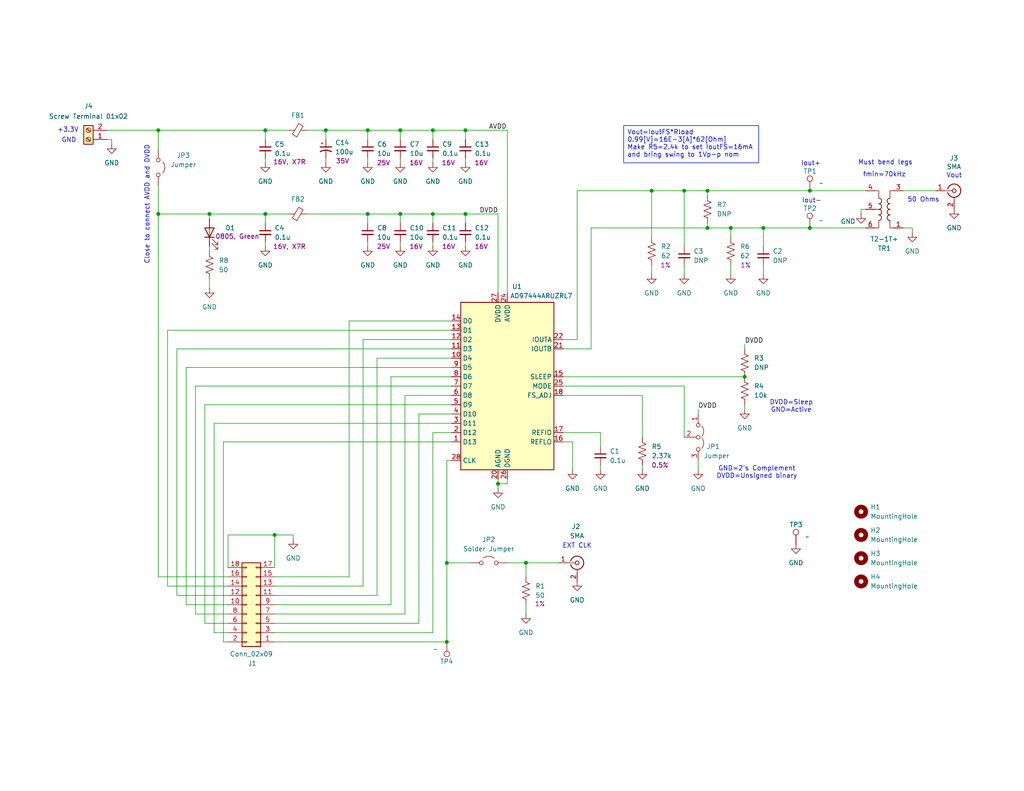
<source format=kicad_sch>
(kicad_sch (version 20231120) (generator "eeschema") (generator_version "8.0")
  (paper "USLetter")
  (title_block (title "AD9744 Ersatz Eval Board") (date "2024-12-31") (rev "A"))
  (lib_symbols
    (symbol "Analog_DAC:AD9744"
      (property "Reference" "U" (at -10.16 -24.13 0))
      (property "Value" "AD9744" (at 7.62 24.13 0))
      (symbol "AD9744_0_1"
        (rectangle (start 12.7 22.86) (end -12.7 -22.86) (stroke (width 0.254)) (fill (type background)))
      )
      (symbol "AD9744_1_1"
        (pin input line (at -15.24 -15.24 0) (length 2.54) (name "D13") (number "1"))
        (pin input line (at -15.24 7.62 0) (length 2.54) (name "D4") (number "10"))
        (pin input line (at -15.24 10.16 0) (length 2.54) (name "D3") (number "11"))
        (pin input line (at -15.24 12.7 0) (length 2.54) (name "D2") (number "12"))
        (pin input line (at -15.24 15.24 0) (length 2.54) (name "D1") (number "13"))
        (pin input line (at -15.24 17.78 0) (length 2.54) (name "D0") (number "14"))
        (pin input line (at 15.24 2.54 180) (length 2.54) (name "SLEEP") (number "15"))
        (pin input line (at 15.24 -15.24 180) (length 2.54) (name "REFLO") (number "16"))
        (pin input line (at 15.24 -12.7 180) (length 2.54) (name "REFIO") (number "17"))
        (pin input line (at 15.24 -2.54 180) (length 2.54) (name "FS_ADJ") (number "18"))
        (pin input line (at -15.24 -12.7 0) (length 2.54) (name "D12") (number "2"))
        (pin power_in line (at -2.54 -25.4 90) (length 2.54) (name "AGND") (number "20"))
        (pin output line (at 15.24 10.16 180) (length 2.54) (name "IOUTB") (number "21"))
        (pin output line (at 15.24 12.7 180) (length 2.54) (name "IOUTA") (number "22"))
        (pin power_in line (at 0 25.4 270) (length 2.54) (name "AVDD") (number "24"))
        (pin input line (at 15.24 0 180) (length 2.54) (name "MODE") (number "25"))
        (pin power_in line (at 0 -25.4 90) (length 2.54) (name "DGND") (number "26"))
        (pin power_in line (at -2.54 25.4 270) (length 2.54) (name "DVDD") (number "27"))
        (pin input line (at -15.24 -20.32 0) (length 2.54) (name "CLK") (number "28"))
        (pin input line (at -15.24 -10.16 0) (length 2.54) (name "D11") (number "3"))
        (pin input line (at -15.24 -7.62 0) (length 2.54) (name "D10") (number "4"))
        (pin input line (at -15.24 -5.08 0) (length 2.54) (name "D9") (number "5"))
        (pin input line (at -15.24 -2.54 0) (length 2.54) (name "D8") (number "6"))
        (pin input line (at -15.24 0 0) (length 2.54) (name "D7") (number "7"))
        (pin input line (at -15.24 2.54 0) (length 2.54) (name "D6") (number "8"))
        (pin input line (at -15.24 5.08 0) (length 2.54) (name "D5") (number "9"))
      )
    )
    (symbol "Connector:Conn_Coaxial" (pin_names (offset 1.016) hide)
      (property "Reference" "J" (at 0.254 3.048 0))
      (property "Value" "Conn_Coaxial" (at 2.921 0 90))
      (symbol "Conn_Coaxial_0_1"
        (arc (start -1.778 -0.508) (mid 0.2311 -1.8066) (end 1.778 0) (stroke (width 0.254)))
        (polyline (pts (xy -2.54 0) (xy -0.508 0)))
        (polyline (pts (xy 0 -2.54) (xy 0 -1.778)))
        (circle (center 0 0) (radius 0.508) (stroke (width 0.2032)))
        (arc (start 1.778 0) (mid 0.2099 1.8101) (end -1.778 0.508) (stroke (width 0.254)))
      )
      (symbol "Conn_Coaxial_1_1"
        (pin passive line (at -5.08 0 0) (length 2.54) (name "In") (number "1"))
        (pin passive line (at 0 -5.08 90) (length 2.54) (name "Ext") (number "2"))
      )
    )
    (symbol "Connector:Screw_Terminal_01x02" (pin_names (offset 1.016) hide)
      (property "Reference" "J" (at 0 2.54 0))
      (property "Value" "Screw_Terminal_01x02" (at 0 -5.08 0))
      (symbol "Screw_Terminal_01x02_1_1"
        (rectangle (start -1.27 1.27) (end 1.27 -3.81) (stroke (width 0.254)) (fill (type background)))
        (circle (center 0 -2.54) (radius 0.635) (stroke (width 0.1524)))
        (polyline (pts (xy -0.5334 -2.2098) (xy 0.3302 -3.048)) (stroke (width 0.1524)))
        (polyline (pts (xy -0.5334 0.3302) (xy 0.3302 -0.508)) (stroke (width 0.1524)))
        (polyline (pts (xy -0.3556 -2.032) (xy 0.508 -2.8702)) (stroke (width 0.1524)))
        (polyline (pts (xy -0.3556 0.508) (xy 0.508 -0.3302)) (stroke (width 0.1524)))
        (circle (center 0 0) (radius 0.635) (stroke (width 0.1524)))
        (pin passive line (at -5.08 0 0) (length 3.81) (name "Pin_1") (number "1"))
        (pin passive line (at -5.08 -2.54 0) (length 3.81) (name "Pin_2") (number "2"))
      )
    )
    (symbol "Connector:TestPoint" (pin_numbers hide) (pin_names (offset 0.762) hide)
      (property "Reference" "TP" (at 0 6.858 0))
      (property "Value" "TestPoint" (at 0 5.08 0))
      (symbol "TestPoint_0_1"
        (circle (center 0 3.302) (radius 0.762))
      )
      (symbol "TestPoint_1_1"
        (pin passive line (at 0 0 90) (length 2.54) (name "1") (number "1"))
      )
    )
    (symbol "Connector_Generic:Conn_02x09_Odd_Even" (pin_names (offset 1.016) hide)
      (property "Reference" "J" (at 1.27 12.7 0))
      (property "Value" "Conn_02x09_Odd_Even" (at 1.27 -12.7 0))
      (symbol "Conn_02x09_Odd_Even_1_1"
        (rectangle (start -1.27 -10.033) (end 0 -10.287) (stroke (width 0.1524)))
        (rectangle (start -1.27 -7.493) (end 0 -7.747) (stroke (width 0.1524)))
        (rectangle (start -1.27 -4.953) (end 0 -5.207) (stroke (width 0.1524)))
        (rectangle (start -1.27 -2.413) (end 0 -2.667) (stroke (width 0.1524)))
        (rectangle (start -1.27 0.127) (end 0 -0.127) (stroke (width 0.1524)))
        (rectangle (start -1.27 2.667) (end 0 2.413) (stroke (width 0.1524)))
        (rectangle (start -1.27 5.207) (end 0 4.953) (stroke (width 0.1524)))
        (rectangle (start -1.27 7.747) (end 0 7.493) (stroke (width 0.1524)))
        (rectangle (start -1.27 10.287) (end 0 10.033) (stroke (width 0.1524)))
        (rectangle (start -1.27 11.43) (end 3.81 -11.43) (stroke (width 0.254)) (fill (type background)))
        (rectangle (start 3.81 -10.033) (end 2.54 -10.287) (stroke (width 0.1524)))
        (rectangle (start 3.81 -7.493) (end 2.54 -7.747) (stroke (width 0.1524)))
        (rectangle (start 3.81 -4.953) (end 2.54 -5.207) (stroke (width 0.1524)))
        (rectangle (start 3.81 -2.413) (end 2.54 -2.667) (stroke (width 0.1524)))
        (rectangle (start 3.81 0.127) (end 2.54 -0.127) (stroke (width 0.1524)))
        (rectangle (start 3.81 2.667) (end 2.54 2.413) (stroke (width 0.1524)))
        (rectangle (start 3.81 5.207) (end 2.54 4.953) (stroke (width 0.1524)))
        (rectangle (start 3.81 7.747) (end 2.54 7.493) (stroke (width 0.1524)))
        (rectangle (start 3.81 10.287) (end 2.54 10.033) (stroke (width 0.1524)))
        (pin passive line (at -5.08 10.16 0) (length 3.81) (name "Pin_1") (number "1"))
        (pin passive line (at 7.62 0 180) (length 3.81) (name "Pin_10") (number "10"))
        (pin passive line (at -5.08 -2.54 0) (length 3.81) (name "Pin_11") (number "11"))
        (pin passive line (at 7.62 -2.54 180) (length 3.81) (name "Pin_12") (number "12"))
        (pin passive line (at -5.08 -5.08 0) (length 3.81) (name "Pin_13") (number "13"))
        (pin passive line (at 7.62 -5.08 180) (length 3.81) (name "Pin_14") (number "14"))
        (pin passive line (at -5.08 -7.62 0) (length 3.81) (name "Pin_15") (number "15"))
        (pin passive line (at 7.62 -7.62 180) (length 3.81) (name "Pin_16") (number "16"))
        (pin passive line (at -5.08 -10.16 0) (length 3.81) (name "Pin_17") (number "17"))
        (pin passive line (at 7.62 -10.16 180) (length 3.81) (name "Pin_18") (number "18"))
        (pin passive line (at 7.62 10.16 180) (length 3.81) (name "Pin_2") (number "2"))
        (pin passive line (at -5.08 7.62 0) (length 3.81) (name "Pin_3") (number "3"))
        (pin passive line (at 7.62 7.62 180) (length 3.81) (name "Pin_4") (number "4"))
        (pin passive line (at -5.08 5.08 0) (length 3.81) (name "Pin_5") (number "5"))
        (pin passive line (at 7.62 5.08 180) (length 3.81) (name "Pin_6") (number "6"))
        (pin passive line (at -5.08 2.54 0) (length 3.81) (name "Pin_7") (number "7"))
        (pin passive line (at 7.62 2.54 180) (length 3.81) (name "Pin_8") (number "8"))
        (pin passive line (at -5.08 0 0) (length 3.81) (name "Pin_9") (number "9"))
      )
    )
    (symbol "Device:C_Polarized_Small_US" (pin_numbers hide) (pin_names (offset 0.254) hide)
      (property "Reference" "C" (at 0.254 1.778 0))
      (property "Value" "C_Polarized_Small_US" (at 0.254 -2.032 0))
      (symbol "C_Polarized_Small_US_0_1"
        (polyline (pts (xy -1.524 0.508) (xy 1.524 0.508)) (stroke (width 0.3048)))
        (polyline (pts (xy -1.27 1.524) (xy -0.762 1.524)))
        (polyline (pts (xy -1.016 1.27) (xy -1.016 1.778)))
        (arc (start 1.524 -0.762) (mid 0 -0.3734) (end -1.524 -0.762) (stroke (width 0.3048)))
      )
      (symbol "C_Polarized_Small_US_1_1"
        (pin passive line (at 0 2.54 270) (length 2.032) (name "~") (number "1"))
        (pin passive line (at 0 -2.54 90) (length 2.032) (name "~") (number "2"))
      )
    )
    (symbol "Device:C_Small" (pin_numbers hide) (pin_names (offset 0.254) hide)
      (property "Reference" "C" (at 0.254 1.778 0))
      (property "Value" "C_Small" (at 0.254 -2.032 0))
      (symbol "C_Small_0_1"
        (polyline (pts (xy -1.524 -0.508) (xy 1.524 -0.508)) (stroke (width 0.3302)))
        (polyline (pts (xy -1.524 0.508) (xy 1.524 0.508)) (stroke (width 0.3048)))
      )
      (symbol "C_Small_1_1"
        (pin passive line (at 0 2.54 270) (length 2.032) (name "~") (number "1"))
        (pin passive line (at 0 -2.54 90) (length 2.032) (name "~") (number "2"))
      )
    )
    (symbol "Device:FerriteBead_Small" (pin_numbers hide) (pin_names (offset 0))
      (property "Reference" "FB" (at 1.905 1.27 0))
      (property "Value" "FerriteBead_Small" (at 1.905 -1.27 0))
      (symbol "FerriteBead_Small_0_1"
        (polyline (pts (xy 0 -1.27) (xy 0 -0.7874)))
        (polyline (pts (xy 0 0.889) (xy 0 1.2954)))
        (polyline (pts (xy -1.8288 0.2794) (xy -1.1176 1.4986) (xy 1.8288 -0.2032) (xy 1.1176 -1.4224) (xy -1.8288 0.2794)))
      )
      (symbol "FerriteBead_Small_1_1"
        (pin passive line (at 0 2.54 270) (length 1.27) (name "~") (number "1"))
        (pin passive line (at 0 -2.54 90) (length 1.27) (name "~") (number "2"))
      )
    )
    (symbol "Device:LED" (pin_numbers hide) (pin_names (offset 1.016) hide)
      (property "Reference" "D" (at 0 2.54 0))
      (property "Value" "LED" (at 0 -2.54 0))
      (symbol "LED_0_1"
        (polyline (pts (xy -1.27 -1.27) (xy -1.27 1.27)) (stroke (width 0.254)))
        (polyline (pts (xy -1.27 0) (xy 1.27 0)))
        (polyline (pts (xy 1.27 -1.27) (xy 1.27 1.27) (xy -1.27 0) (xy 1.27 -1.27)) (stroke (width 0.254)))
        (polyline (pts (xy -3.048 -0.762) (xy -4.572 -2.286) (xy -3.81 -2.286) (xy -4.572 -2.286) (xy -4.572 -1.524)))
        (polyline (pts (xy -1.778 -0.762) (xy -3.302 -2.286) (xy -2.54 -2.286) (xy -3.302 -2.286) (xy -3.302 -1.524)))
      )
      (symbol "LED_1_1"
        (pin passive line (at -3.81 0 0) (length 2.54) (name "K") (number "1"))
        (pin passive line (at 3.81 0 180) (length 2.54) (name "A") (number "2"))
      )
    )
    (symbol "Device:R_US" (pin_numbers hide) (pin_names (offset 0))
      (property "Reference" "R" (at 2.54 0 90))
      (property "Value" "R_US" (at -2.54 0 90))
      (symbol "R_US_0_1"
        (polyline (pts (xy 0 -2.286) (xy 0 -2.54)))
        (polyline (pts (xy 0 2.286) (xy 0 2.54)))
        (polyline (pts (xy 0 -0.762) (xy 1.016 -1.143) (xy 0 -1.524) (xy -1.016 -1.905) (xy 0 -2.286)))
        (polyline (pts (xy 0 0.762) (xy 1.016 0.381) (xy 0 0) (xy -1.016 -0.381) (xy 0 -0.762)))
        (polyline (pts (xy 0 2.286) (xy 1.016 1.905) (xy 0 1.524) (xy -1.016 1.143) (xy 0 0.762)))
      )
      (symbol "R_US_1_1"
        (pin passive line (at 0 3.81 270) (length 1.27) (name "~") (number "1"))
        (pin passive line (at 0 -3.81 90) (length 1.27) (name "~") (number "2"))
      )
    )
    (symbol "Jumper:Jumper_2_Open" (pin_numbers hide) (pin_names (offset 0) hide) (exclude_from_sim yes)
      (property "Reference" "JP" (at 0 2.794 0))
      (property "Value" "Jumper_2_Open" (at 0 -2.286 0))
      (symbol "Jumper_2_Open_0_0"
        (circle (center -2.032 0) (radius 0.508))
        (circle (center 2.032 0) (radius 0.508))
      )
      (symbol "Jumper_2_Open_0_1"
        (arc (start 1.524 1.27) (mid 0 1.778) (end -1.524 1.27))
      )
      (symbol "Jumper_2_Open_1_1"
        (pin passive line (at -5.08 0 0) (length 2.54) (name "A") (number "1"))
        (pin passive line (at 5.08 0 180) (length 2.54) (name "B") (number "2"))
      )
    )
    (symbol "Jumper:Jumper_3_Open" (pin_names (offset 0) hide) (exclude_from_sim yes) (in_bom no)
      (property "Reference" "JP" (at -2.54 -2.54 0))
      (property "Value" "Jumper_3_Open" (at 0 2.794 0))
      (symbol "Jumper_3_Open_0_0"
        (circle (center -3.302 0) (radius 0.508))
        (circle (center 0 0) (radius 0.508))
        (circle (center 3.302 0) (radius 0.508))
      )
      (symbol "Jumper_3_Open_0_1"
        (arc (start -0.254 1.016) (mid -1.651 1.4992) (end -3.048 1.016))
        (polyline (pts (xy 0 -0.508) (xy 0 -1.27)))
        (arc (start 3.048 1.016) (mid 1.651 1.4992) (end 0.254 1.016))
      )
      (symbol "Jumper_3_Open_1_1"
        (pin passive line (at -6.35 0 0) (length 2.54) (name "A") (number "1"))
        (pin passive line (at 0 -3.81 90) (length 2.54) (name "C") (number "2"))
        (pin passive line (at 6.35 0 180) (length 2.54) (name "B") (number "3"))
      )
    )
    (symbol "Mechanical:MountingHole" (pin_names (offset 1.016)) (exclude_from_sim yes) (in_bom no)
      (property "Reference" "H" (at 0 5.08 0))
      (property "Value" "MountingHole" (at 0 3.175 0))
      (symbol "MountingHole_0_1"
        (circle (center 0 0) (radius 1.27) (stroke (width 1.27)))
      )
    )
    (symbol "Transformer:ADT1-6T" (pin_names hide)
      (property "Reference" "TR" (at 0 6.35 0))
      (property "Value" "ADT1-6T" (at 0 -6.35 0))
      (symbol "ADT1-6T_0_1"
        (arc (start -1.524 -3.048) (mid -0.7653 -2.286) (end -1.524 -1.524) (stroke (width 0.2032)))
        (arc (start -1.524 -1.524) (mid -0.7653 -0.762) (end -1.524 0) (stroke (width 0.2032)))
        (arc (start -1.524 0) (mid -0.7653 0.762) (end -1.524 1.524) (stroke (width 0.2032)))
        (arc (start -1.524 1.524) (mid -0.7653 2.286) (end -1.524 3.048) (stroke (width 0.2032)))
        (polyline (pts (xy 2.54 0) (xy 1.27 0)) (stroke (width 0.1524)))
        (polyline (pts (xy -2.54 5.08) (xy -1.524 5.08) (xy -1.524 3.048) (xy -1.524 3.048)) (stroke (width 0.1524)))
        (polyline (pts (xy -1.524 -3.048) (xy -1.524 -5.08) (xy -2.54 -5.08) (xy -2.54 -5.08)) (stroke (width 0.1524)))
        (polyline (pts (xy 1.524 3.048) (xy 1.524 5.08) (xy 2.54 5.08) (xy 2.54 5.08)) (stroke (width 0.1524)))
        (polyline (pts (xy 2.54 -5.08) (xy 1.524 -5.08) (xy 1.524 -3.048) (xy 1.524 -3.048)) (stroke (width 0.1524)))
        (arc (start 1.524 -1.524) (mid 0.7653 -2.286) (end 1.524 -3.048) (stroke (width 0.2032)))
        (arc (start 1.524 0) (mid 0.7653 -0.762) (end 1.524 -1.524) (stroke (width 0.2032)))
        (arc (start 1.524 1.524) (mid 0.7653 0.762) (end 1.524 0) (stroke (width 0.2032)))
        (arc (start 1.524 3.048) (mid 0.7653 2.286) (end 1.524 1.524) (stroke (width 0.2032)))
      )
      (symbol "ADT1-6T_1_1"
        (pin passive line (at -5.08 -5.08 0) (length 2.54) (name "~") (number "1"))
        (pin passive line (at -5.08 5.08 0) (length 2.54) (name "~") (number "3"))
        (pin passive line (at 5.08 5.08 180) (length 2.54) (name "~") (number "4"))
        (pin passive line (at 5.08 0 180) (length 2.54) (name "~") (number "5"))
        (pin passive line (at 5.08 -5.08 180) (length 2.54) (name "~") (number "6"))
      )
    )
    (symbol "power:GND" (power) (pin_numbers hide) (pin_names (offset 0) hide)
      (property "Value" "GND" (at 0 -3.81 0))
      (symbol "GND_0_1"
        (polyline (pts (xy 0 0) (xy 0 -1.27) (xy 1.27 -1.27) (xy 0 -2.54) (xy -1.27 -1.27) (xy 0 -1.27)))
      )
      (symbol "GND_1_1"
        (pin power_in line (at 0 0 270) (length 0) (name "~") (number "1"))
      )
    )
  )
  (junction (at 143.51 153.67))
  (junction (at 193.04 62.23))
  (junction (at 220.98 52.07))
  (junction (at 127 35.56))
  (junction (at 109.22 35.56))
  (junction (at 43.18 35.56))
  (junction (at 121.92 175.26))
  (junction (at 193.04 52.07))
  (junction (at 72.39 35.56))
  (junction (at 220.98 62.23))
  (junction (at 118.11 35.56))
  (junction (at 121.92 153.67))
  (junction (at 100.33 35.56))
  (junction (at 186.69 52.07))
  (junction (at 57.15 58.42))
  (junction (at 43.18 58.42))
  (junction (at 74.93 146.05))
  (junction (at 88.9 35.56))
  (junction (at 100.33 58.42))
  (junction (at 177.8 52.07))
  (junction (at 72.39 58.42))
  (junction (at 118.11 58.42))
  (junction (at 199.39 62.23))
  (junction (at 208.28 62.23))
  (junction (at 127 58.42))
  (junction (at 203.2 102.87))
  (junction (at 109.22 58.42))
  (junction (at 135.89 132.08))
  (wire (pts (xy 177.8 52.07) (xy 186.69 52.07)))
  (wire (pts (xy 78.74 58.42) (xy 72.39 58.42)))
  (wire (pts (xy 123.19 118.11) (xy 118.11 118.11)))
  (wire (pts (xy 138.43 130.81) (xy 138.43 132.08)))
  (wire (pts (xy 186.69 72.39) (xy 186.69 74.93)))
  (wire (pts (xy 121.92 125.73) (xy 121.92 153.67)))
  (wire (pts (xy 110.49 107.95) (xy 110.49 167.64)))
  (wire (pts (xy 58.42 115.57) (xy 123.19 115.57)))
  (wire (pts (xy 190.5 125.73) (xy 190.5 128.27)))
  (wire (pts (xy 121.92 153.67) (xy 128.27 153.67)))
  (wire (pts (xy 72.39 66.04) (xy 72.39 67.31)))
  (wire (pts (xy 95.25 87.63) (xy 95.25 157.48)))
  (wire (pts (xy 153.67 120.65) (xy 156.21 120.65)))
  (wire (pts (xy 74.93 175.26) (xy 121.92 175.26)))
  (wire (pts (xy 74.93 162.56) (xy 102.87 162.56)))
  (wire (pts (xy 190.5 113.03) (xy 190.5 111.76)))
  (wire (pts (xy 161.29 62.23) (xy 161.29 95.25)))
  (wire (pts (xy 88.9 43.18) (xy 88.9 44.45)))
  (wire (pts (xy 80.01 146.05) (xy 80.01 147.32)))
  (wire (pts (xy 72.39 35.56) (xy 72.39 38.1)))
  (wire (pts (xy 109.22 66.04) (xy 109.22 67.31)))
  (wire (pts (xy 72.39 35.56) (xy 78.74 35.56)))
  (wire (pts (xy 246.38 52.07) (xy 255.27 52.07)))
  (wire (pts (xy 248.92 63.5) (xy 248.92 62.23)))
  (wire (pts (xy 138.43 35.56) (xy 127 35.56)))
  (wire (pts (xy 72.39 58.42) (xy 72.39 60.96)))
  (wire (pts (xy 199.39 72.39) (xy 199.39 74.93)))
  (wire (pts (xy 102.87 97.79) (xy 102.87 162.56)))
  (wire (pts (xy 123.19 95.25) (xy 48.26 95.25)))
  (wire (pts (xy 123.19 90.17) (xy 45.72 90.17)))
  (wire (pts (xy 123.19 97.79) (xy 102.87 97.79)))
  (wire (pts (xy 100.33 35.56) (xy 109.22 35.56)))
  (wire (pts (xy 60.96 175.26) (xy 62.23 175.26)))
  (wire (pts (xy 127 43.18) (xy 127 44.45)))
  (wire (pts (xy 208.28 62.23) (xy 199.39 62.23)))
  (wire (pts (xy 48.26 162.56) (xy 62.23 162.56)))
  (wire (pts (xy 74.93 170.18) (xy 114.3 170.18)))
  (wire (pts (xy 123.19 102.87) (xy 106.68 102.87)))
  (wire (pts (xy 74.93 157.48) (xy 95.25 157.48)))
  (wire (pts (xy 193.04 52.07) (xy 193.04 53.34)))
  (wire (pts (xy 123.19 105.41) (xy 53.34 105.41)))
  (wire (pts (xy 208.28 72.39) (xy 208.28 74.93)))
  (wire (pts (xy 127 35.56) (xy 127 38.1)))
  (wire (pts (xy 55.88 110.49) (xy 123.19 110.49)))
  (wire (pts (xy 57.15 58.42) (xy 72.39 58.42)))
  (wire (pts (xy 83.82 58.42) (xy 100.33 58.42)))
  (wire (pts (xy 153.67 118.11) (xy 163.83 118.11)))
  (wire (pts (xy 100.33 66.04) (xy 100.33 67.31)))
  (wire (pts (xy 60.96 120.65) (xy 60.96 175.26)))
  (wire (pts (xy 114.3 113.03) (xy 114.3 170.18)))
  (wire (pts (xy 50.8 100.33) (xy 50.8 165.1)))
  (wire (pts (xy 118.11 118.11) (xy 118.11 172.72)))
  (wire (pts (xy 123.19 92.71) (xy 99.06 92.71)))
  (wire (pts (xy 220.98 62.23) (xy 208.28 62.23)))
  (wire (pts (xy 135.89 132.08) (xy 135.89 133.35)))
  (wire (pts (xy 72.39 43.18) (xy 72.39 44.45)))
  (wire (pts (xy 123.19 87.63) (xy 95.25 87.63)))
  (wire (pts (xy 177.8 72.39) (xy 177.8 74.93)))
  (wire (pts (xy 99.06 160.02) (xy 99.06 92.71)))
  (wire (pts (xy 186.69 52.07) (xy 186.69 67.31)))
  (wire (pts (xy 248.92 62.23) (xy 246.38 62.23)))
  (wire (pts (xy 127 66.04) (xy 127 67.31)))
  (wire (pts (xy 62.23 146.05) (xy 74.93 146.05)))
  (wire (pts (xy 175.26 107.95) (xy 153.67 107.95)))
  (wire (pts (xy 208.28 62.23) (xy 208.28 67.31)))
  (wire (pts (xy 88.9 35.56) (xy 88.9 38.1)))
  (wire (pts (xy 118.11 66.04) (xy 118.11 67.31)))
  (wire (pts (xy 100.33 43.18) (xy 100.33 44.45)))
  (wire (pts (xy 57.15 76.2) (xy 57.15 78.74)))
  (wire (pts (xy 163.83 127) (xy 163.83 128.27)))
  (wire (pts (xy 58.42 115.57) (xy 58.42 172.72)))
  (wire (pts (xy 74.93 167.64) (xy 110.49 167.64)))
  (wire (pts (xy 199.39 62.23) (xy 193.04 62.23)))
  (wire (pts (xy 100.33 35.56) (xy 100.33 38.1)))
  (wire (pts (xy 135.89 58.42) (xy 127 58.42)))
  (wire (pts (xy 29.21 35.56) (xy 43.18 35.56)))
  (wire (pts (xy 109.22 35.56) (xy 109.22 38.1)))
  (wire (pts (xy 74.93 160.02) (xy 99.06 160.02)))
  (wire (pts (xy 74.93 165.1) (xy 106.68 165.1)))
  (wire (pts (xy 234.95 57.15) (xy 236.22 57.15)))
  (wire (pts (xy 74.93 172.72) (xy 118.11 172.72)))
  (wire (pts (xy 186.69 105.41) (xy 186.69 119.38)))
  (wire (pts (xy 127 58.42) (xy 118.11 58.42)))
  (wire (pts (xy 43.18 157.48) (xy 43.18 58.42)))
  (wire (pts (xy 123.19 107.95) (xy 110.49 107.95)))
  (wire (pts (xy 193.04 52.07) (xy 220.98 52.07)))
  (wire (pts (xy 175.26 107.95) (xy 175.26 119.38)))
  (wire (pts (xy 62.23 170.18) (xy 55.88 170.18)))
  (wire (pts (xy 175.26 127) (xy 175.26 128.27)))
  (wire (pts (xy 161.29 95.25) (xy 153.67 95.25)))
  (wire (pts (xy 157.48 52.07) (xy 157.48 92.71)))
  (wire (pts (xy 220.98 52.07) (xy 236.22 52.07)))
  (wire (pts (xy 83.82 35.56) (xy 88.9 35.56)))
  (wire (pts (xy 118.11 35.56) (xy 118.11 38.1)))
  (wire (pts (xy 109.22 58.42) (xy 109.22 60.96)))
  (wire (pts (xy 57.15 58.42) (xy 57.15 59.69)))
  (wire (pts (xy 123.19 113.03) (xy 114.3 113.03)))
  (wire (pts (xy 220.98 62.23) (xy 236.22 62.23)))
  (wire (pts (xy 143.51 165.1) (xy 143.51 167.64)))
  (wire (pts (xy 186.69 52.07) (xy 193.04 52.07)))
  (wire (pts (xy 138.43 153.67) (xy 143.51 153.67)))
  (wire (pts (xy 45.72 90.17) (xy 45.72 160.02)))
  (wire (pts (xy 143.51 153.67) (xy 152.4 153.67)))
  (wire (pts (xy 157.48 92.71) (xy 153.67 92.71)))
  (wire (pts (xy 156.21 120.65) (xy 156.21 128.27)))
  (wire (pts (xy 118.11 43.18) (xy 118.11 44.45)))
  (wire (pts (xy 43.18 35.56) (xy 43.18 40.64)))
  (wire (pts (xy 193.04 60.96) (xy 193.04 62.23)))
  (wire (pts (xy 234.95 57.15) (xy 234.95 58.42)))
  (wire (pts (xy 121.92 175.26) (xy 121.92 153.67)))
  (wire (pts (xy 138.43 35.56) (xy 138.43 80.01)))
  (wire (pts (xy 153.67 102.87) (xy 203.2 102.87)))
  (wire (pts (xy 123.19 125.73) (xy 121.92 125.73)))
  (wire (pts (xy 106.68 102.87) (xy 106.68 165.1)))
  (wire (pts (xy 62.23 167.64) (xy 53.34 167.64)))
  (wire (pts (xy 138.43 132.08) (xy 135.89 132.08)))
  (wire (pts (xy 109.22 43.18) (xy 109.22 44.45)))
  (wire (pts (xy 135.89 130.81) (xy 135.89 132.08)))
  (wire (pts (xy 30.48 39.37) (xy 30.48 38.1)))
  (wire (pts (xy 203.2 110.49) (xy 203.2 111.76)))
  (wire (pts (xy 109.22 58.42) (xy 100.33 58.42)))
  (wire (pts (xy 48.26 95.25) (xy 48.26 162.56)))
  (wire (pts (xy 74.93 154.94) (xy 74.93 146.05)))
  (wire (pts (xy 62.23 157.48) (xy 43.18 157.48)))
  (wire (pts (xy 143.51 153.67) (xy 143.51 157.48)))
  (wire (pts (xy 62.23 154.94) (xy 62.23 146.05)))
  (wire (pts (xy 58.42 172.72) (xy 62.23 172.72)))
  (wire (pts (xy 88.9 35.56) (xy 100.33 35.56)))
  (wire (pts (xy 43.18 58.42) (xy 43.18 50.8)))
  (wire (pts (xy 203.2 93.98) (xy 203.2 95.25)))
  (wire (pts (xy 177.8 52.07) (xy 177.8 64.77)))
  (wire (pts (xy 193.04 62.23) (xy 161.29 62.23)))
  (wire (pts (xy 30.48 38.1) (xy 29.21 38.1)))
  (wire (pts (xy 186.69 105.41) (xy 153.67 105.41)))
  (wire (pts (xy 135.89 58.42) (xy 135.89 80.01)))
  (wire (pts (xy 127 60.96) (xy 127 58.42)))
  (wire (pts (xy 53.34 105.41) (xy 53.34 167.64)))
  (wire (pts (xy 60.96 120.65) (xy 123.19 120.65)))
  (wire (pts (xy 74.93 146.05) (xy 80.01 146.05)))
  (wire (pts (xy 100.33 58.42) (xy 100.33 60.96)))
  (wire (pts (xy 157.48 52.07) (xy 177.8 52.07)))
  (wire (pts (xy 43.18 35.56) (xy 72.39 35.56)))
  (wire (pts (xy 118.11 60.96) (xy 118.11 58.42)))
  (wire (pts (xy 43.18 58.42) (xy 57.15 58.42)))
  (wire (pts (xy 50.8 165.1) (xy 62.23 165.1)))
  (wire (pts (xy 57.15 67.31) (xy 57.15 68.58)))
  (wire (pts (xy 163.83 118.11) (xy 163.83 121.92)))
  (wire (pts (xy 123.19 100.33) (xy 50.8 100.33)))
  (wire (pts (xy 199.39 62.23) (xy 199.39 64.77)))
  (wire (pts (xy 55.88 170.18) (xy 55.88 110.49)))
  (wire (pts (xy 45.72 160.02) (xy 62.23 160.02)))
  (wire (pts (xy 109.22 35.56) (xy 118.11 35.56)))
  (wire (pts (xy 127 35.56) (xy 118.11 35.56)))
  (wire (pts (xy 118.11 58.42) (xy 109.22 58.42)))
  (text_box "Vout=IoutFS*Rload\n0.99[V]=16E-3[A]*62[Ohm]\nMake R5=2.4k to set IoutFS=16mA\nand bring swing to 1Vp-p nom" (at 170.18 34.29 0) (size 36.83 10.16) (effects (font (size 1.27 1.27)) (justify left top)))
  (text "fmin=70kHz" (at 241.3 47.752 0) (effects (font (size 1.27 1.27))))
  (text "Vout" (at 260.35 48.006 0) (effects (font (size 1.27 1.27))))
  (text "EXT CLK" (at 157.48 149.098 0) (effects (font (size 1.27 1.27))))
  (text "DVDD=Sleep\nGND=Active" (at 215.9 110.998 0) (effects (font (size 1.27 1.27))))
  (text "Iout+" (at 221.234 44.704 0) (effects (font (size 1.27 1.27))))
  (text "Close to connect AVDD and DVDD" (at 40.132 55.88 90) (effects (font (size 1.27 1.27))))
  (text "+3.3V" (at 18.542 35.56 0) (effects (font (size 1.27 1.27))))
  (text "GND=2's Complement\nDVDD=Unsigned binary" (at 206.502 129.032 0) (effects (font (size 1.27 1.27))))
  (text "GND" (at 18.796 38.354 0) (effects (font (size 1.27 1.27))))
  (text "Iout-" (at 221.488 54.864 0) (effects (font (size 1.27 1.27))))
  (text "Must bend legs" (at 241.554 44.45 0) (effects (font (size 1.27 1.27))))
  (text "50 Ohms" (at 251.968 54.61 0) (effects (font (size 1.27 1.27))))
  (label "DVDD" (at 190.5 111.76 0))
  (label "AVDD" (at 133.35 35.56 0))
  (label "DVDD" (at 130.81 58.42 0))
  (label "DVDD" (at 203.2 93.98 0))
  (symbol (lib_id "power:GND") (at 30.48 39.37 0) (unit 1)
    (property "Reference" "#PWR01" (effects (hide yes)))
    (property "Value" "GND" (at 30.48 44.45 0))
    (property "Description" "Power symbol creates a global label with name \"GND\" , ground" (effects (hide yes)))
  )
  (symbol (lib_id "Connector:TestPoint") (at 121.92 175.26 180) (unit 1)
    (property "Reference" "TP4" (at 123.698 180.594 0) (effects (justify left)))
    (property "Value" "~" (at 119.38 177.2921 0) (effects (justify left)))
    (property "Footprint" "TestPoint:TestPoint_Keystone_5000-5004_Miniature" (effects (hide yes)))
    (property "Description" "test point" (effects (hide yes)))
    (property "Man" "Keystone" (effects (hide yes)))
    (property "Man PN" "5002" (effects (hide yes)))
  )
  (symbol (lib_id "power:GND") (at 175.26 128.27 0) (unit 1)
    (property "Reference" "#PWR020" (effects (hide yes)))
    (property "Value" "GND" (at 175.26 133.35 0))
    (property "Description" "Power symbol creates a global label with name \"GND\" , ground" (effects (hide yes)))
  )
  (symbol (lib_id "power:GND") (at 143.51 167.64 0) (unit 1)
    (property "Reference" "#PWR016" (effects (hide yes)))
    (property "Value" "GND" (at 143.51 172.72 0))
    (property "Description" "Power symbol creates a global label with name \"GND\" , ground" (effects (hide yes)))
  )
  (symbol (lib_id "power:GND") (at 156.21 128.27 0) (unit 1)
    (property "Reference" "#PWR017" (effects (hide yes)))
    (property "Value" "GND" (at 156.21 133.35 0))
    (property "Description" "Power symbol creates a global label with name \"GND\" , ground" (effects (hide yes)))
  )
  (symbol (lib_id "Device:FerriteBead_Small") (at 81.28 35.56 90) (unit 1)
    (property "Reference" "FB1" (at 81.28 31.496 90))
    (property "Value" "BLM18KN601EH1D" (effects (hide yes)))
    (property "Footprint" "Inductor_SMD:L_0603_1608Metric_Pad1.05x0.95mm_HandSolder" (effects (hide yes)))
    (property "Description" "0603" (effects (hide yes)))
    (property "Manufacturer" "Murata" (effects (hide yes)))
    (property "Man PN" "BLM18KN601EH1D" (effects (hide yes)))
  )
  (symbol (lib_id "Device:C_Small") (at 100.33 40.64 0) (unit 1)
    (property "Reference" "C6" (at 102.87 39.3762 0) (effects (justify left)))
    (property "Value" "10u" (at 102.87 41.9162 0) (effects (justify left)))
    (property "Footprint" "Capacitor_SMD:C_0603_1608Metric_Pad1.08x0.95mm_HandSolder" (effects (hide yes)))
    (property "Description" "25V" (at 104.648 44.45 0))
    (property "Manufacturer" "Murata" (effects (hide yes)))
    (property "PN" "GRM188R61E106KA73J " (effects (hide yes)))
  )
  (symbol (lib_id "Connector:Conn_Coaxial") (at 157.48 153.67 0) (unit 1)
    (property "Reference" "J2" (at 155.956 143.764 0) (effects (justify left)))
    (property "Value" "SMA" (at 155.448 146.304 0) (effects (justify left)))
    (property "Footprint" "Connector_Coaxial:SMA_Amphenol_901-144_Vertical" (effects (hide yes)))
    (property "Description" "coaxial connector (BNC, SMA, SMB, SMC, Cinch/RCA, LEMO, ...)" (effects (hide yes)))
    (property "Man" "Amphenol" (effects (hide yes)))
    (property "Man PN" "901-144 " (effects (hide yes)))
  )
  (symbol (lib_id "power:GND") (at 199.39 74.93 0) (unit 1)
    (property "Reference" "#PWR024" (effects (hide yes)))
    (property "Value" "GND" (at 199.39 80.01 0))
    (property "Description" "Power symbol creates a global label with name \"GND\" , ground" (effects (hide yes)))
  )
  (symbol (lib_id "power:GND") (at 72.39 67.31 0) (unit 1)
    (property "Reference" "#PWR04" (effects (hide yes)))
    (property "Value" "GND" (at 72.39 72.39 0))
    (property "Description" "Power symbol creates a global label with name \"GND\" , ground" (effects (hide yes)))
  )
  (symbol (lib_id "Device:C_Small") (at 109.22 63.5 0) (unit 1)
    (property "Reference" "C10" (at 111.76 62.2362 0) (effects (justify left)))
    (property "Value" "10u" (at 111.76 64.7762 0) (effects (justify left)))
    (property "Footprint" "Capacitor_SMD:C_0603_1608Metric_Pad1.08x0.95mm_HandSolder" (effects (hide yes)))
    (property "Description" "16V" (at 113.538 67.31 0))
    (property "Man" "Kyocera" (effects (hide yes)))
    (property "PN" "0603YD106MAT2A " (effects (hide yes)))
  )
  (symbol (lib_id "Device:LED") (at 57.15 63.5 90) (unit 1)
    (property "Reference" "D1" (at 61.468 62.23 90) (effects (justify right)))
    (property "Value" "AP2012SGD3" (effects (hide yes)))
    (property "Footprint" "LED_SMD:LED_0805_2012Metric_Pad1.15x1.40mm_HandSolder" (effects (hide yes)))
    (property "Description" "0805, Green" (at 64.77 64.516 90))
    (property "Manufacturer" "Kingbright" (effects (hide yes)))
    (property "Man PN" "AP2012SGD3" (effects (hide yes)))
  )
  (symbol (lib_id "Device:R_US") (at 57.15 72.39 0) (unit 1)
    (property "Reference" "R8" (at 59.69 71.1199 0) (effects (justify left)))
    (property "Value" "50" (at 59.69 73.6599 0) (effects (justify left)))
    (property "Footprint" "Resistor_SMD:R_0603_1608Metric_Pad0.98x0.95mm_HandSolder" (effects (hide yes)))
  )
  (symbol (lib_id "Mechanical:MountingHole") (at 234.95 158.75 0) (unit 1) (exclude_from_sim yes) (in_bom no)
    (property "Reference" "H4" (at 237.49 157.4799 0) (effects (justify left)))
    (property "Value" "MountingHole" (at 237.49 160.0199 0) (effects (justify left)))
    (property "Footprint" "MountingHole:MountingHole_2.2mm_M2_DIN965_Pad" (effects (hide yes)))
    (property "Description" "Mounting Hole without connection" (effects (hide yes)))
  )
  (symbol (lib_id "Device:C_Small") (at 186.69 69.85 0) (unit 1)
    (property "Reference" "C3" (at 189.23 68.5862 0) (effects (justify left)))
    (property "Value" "DNP" (at 189.23 71.1262 0) (effects (justify left)))
    (property "Footprint" "Capacitor_SMD:C_0603_1608Metric_Pad1.08x0.95mm_HandSolder" (effects (hide yes)))
    (property "Description" "0603 X7R" (effects (hide yes)))
  )
  (symbol (lib_id "power:GND") (at 217.17 148.59 0) (unit 1)
    (property "Reference" "#PWR027" (effects (hide yes)))
    (property "Value" "GND" (at 217.17 153.67 0))
    (property "Description" "Power symbol creates a global label with name \"GND\" , ground" (effects (hide yes)))
  )
  (symbol (lib_id "power:GND") (at 203.2 111.76 0) (unit 1)
    (property "Reference" "#PWR025" (effects (hide yes)))
    (property "Value" "GND" (at 203.2 116.84 0))
    (property "Description" "Power symbol creates a global label with name \"GND\" , ground" (effects (hide yes)))
  )
  (symbol (lib_id "power:GND") (at 157.48 158.75 0) (unit 1)
    (property "Reference" "#PWR018" (effects (hide yes)))
    (property "Value" "GND" (at 157.48 163.83 0))
    (property "Description" "Power symbol creates a global label with name \"GND\" , ground" (effects (hide yes)))
  )
  (symbol (lib_id "power:GND") (at 80.01 147.32 0) (unit 1)
    (property "Reference" "#PWR05" (effects (hide yes)))
    (property "Value" "GND" (at 80.01 152.4 0))
    (property "Description" "Power symbol creates a global label with name \"GND\" , ground" (effects (hide yes)))
  )
  (symbol (lib_id "Device:R_US") (at 175.26 123.19 0) (unit 1)
    (property "Reference" "R5" (at 177.8 121.9199 0) (effects (justify left)))
    (property "Value" "2.37k" (at 177.8 124.4599 0) (effects (justify left)))
    (property "Footprint" "Resistor_SMD:R_0603_1608Metric_Pad0.98x0.95mm_HandSolder" (effects (hide yes)))
    (property "Description" "0.5%" (at 180.086 127 0))
    (property "Temp Stability" "25 PPM/C" (effects (hide yes)))
  )
  (symbol (lib_id "Transformer:ADT1-6T") (at 241.3 57.15 0) (mirror y) (unit 1)
    (property "Reference" "TR1" (at 241.3 67.818 0))
    (property "Value" "T2-1T+" (at 241.3 65.278 0))
    (property "Footprint" "Package_DIP:DIP-6_W7.62mm" (effects (hide yes)))
    (property "Manufacturer" "Mini-Circuits" (effects (hide yes)))
    (property "Man PN" "T1-6T+" (effects (hide yes)))
  )
  (symbol (lib_id "power:GND") (at 208.28 74.93 0) (unit 1)
    (property "Reference" "#PWR026" (effects (hide yes)))
    (property "Value" "GND" (at 208.28 80.01 0))
    (property "Description" "Power symbol creates a global label with name \"GND\" , ground" (effects (hide yes)))
  )
  (symbol (lib_id "Jumper:Jumper_2_Open") (at 43.18 45.72 270) (unit 1) (exclude_from_sim yes)
    (property "Reference" "JP3" (at 50.038 42.418 90))
    (property "Value" "Jumper" (at 50.038 44.958 90))
    (property "Footprint" "Connector_PinHeader_2.54mm:PinHeader_1x02_P2.54mm_Vertical" (effects (hide yes)))
    (property "Description" "Jumper, 2-pole, open" (effects (hide yes)))
  )
  (symbol (lib_id "Device:C_Small") (at 72.39 63.5 0) (unit 1)
    (property "Reference" "C4" (at 74.93 62.2362 0) (effects (justify left)))
    (property "Value" "0.1u" (at 74.93 64.7762 0) (effects (justify left)))
    (property "Footprint" "Capacitor_SMD:C_0603_1608Metric_Pad1.08x0.95mm_HandSolder" (effects (hide yes)))
    (property "Description" "16V, X7R" (at 78.994 67.31 0))
    (property "Manufacturer" "Kyocera" (effects (hide yes)))
    (property "Man PN" "KAM15AR71C104KM " (effects (hide yes)))
  )
  (symbol (lib_id "power:GND") (at 127 44.45 0) (unit 1)
    (property "Reference" "#PWR013" (effects (hide yes)))
    (property "Value" "GND" (at 127 49.53 0))
    (property "Description" "Power symbol creates a global label with name \"GND\" , ground" (effects (hide yes)))
  )
  (symbol (lib_id "Connector:TestPoint") (at 220.98 62.23 0) (unit 1)
    (property "Reference" "TP2" (at 219.202 56.896 0) (effects (justify left)))
    (property "Value" "~" (at 223.52 60.1979 0) (effects (justify left)))
    (property "Footprint" "TestPoint:TestPoint_Keystone_5000-5004_Miniature" (effects (hide yes)))
    (property "Description" "test point" (effects (hide yes)))
    (property "Man" "Keystone" (effects (hide yes)))
    (property "Man PN" "5002" (effects (hide yes)))
  )
  (symbol (lib_id "Device:C_Small") (at 72.39 40.64 0) (unit 1)
    (property "Reference" "C5" (at 74.93 39.3762 0) (effects (justify left)))
    (property "Value" "0.1u" (at 74.93 41.9162 0) (effects (justify left)))
    (property "Footprint" "Capacitor_SMD:C_0603_1608Metric_Pad1.08x0.95mm_HandSolder" (effects (hide yes)))
    (property "Description" "16V, X7R" (at 78.994 44.196 0))
    (property "Manufacturer" "Kyocera" (effects (hide yes)))
    (property "PN" "KAM15AR71C104KM " (effects (hide yes)))
  )
  (symbol (lib_id "Connector:TestPoint") (at 220.98 52.07 0) (unit 1)
    (property "Reference" "TP1" (at 219.202 46.736 0) (effects (justify left)))
    (property "Value" "~" (at 223.52 50.0379 0) (effects (justify left)))
    (property "Footprint" "TestPoint:TestPoint_Keystone_5000-5004_Miniature" (effects (hide yes)))
    (property "Description" "test point" (effects (hide yes)))
    (property "Man" "Keystone" (effects (hide yes)))
    (property "Man PN" "5002" (effects (hide yes)))
  )
  (symbol (lib_id "Device:R_US") (at 143.51 161.29 0) (unit 1)
    (property "Reference" "R1" (at 146.05 160.0199 0) (effects (justify left)))
    (property "Value" "50" (at 146.05 162.5599 0) (effects (justify left)))
    (property "Footprint" "Resistor_SMD:R_0603_1608Metric_Pad0.98x0.95mm_HandSolder" (effects (hide yes)))
    (property "Description" "1%" (at 147.32 164.846 0))
  )
  (symbol (lib_id "Device:R_US") (at 203.2 99.06 0) (unit 1)
    (property "Reference" "R3" (at 205.74 97.7899 0) (effects (justify left)))
    (property "Value" "DNP" (at 205.74 100.3299 0) (effects (justify left)))
    (property "Footprint" "Resistor_SMD:R_0603_1608Metric_Pad0.98x0.95mm_HandSolder" (effects (hide yes)))
    (property "Description" "Thick Film 5%" (effects (hide yes)))
  )
  (symbol (lib_id "Device:C_Small") (at 118.11 40.64 0) (unit 1)
    (property "Reference" "C9" (at 120.65 39.3762 0) (effects (justify left)))
    (property "Value" "0.1u" (at 120.65 41.9162 0) (effects (justify left)))
    (property "Footprint" "Capacitor_SMD:C_0603_1608Metric_Pad1.08x0.95mm_HandSolder" (effects (hide yes)))
    (property "Description" "16V" (at 124.206 44.45 0) (effects (justify right)))
    (property "Man" "Kyocera" (effects (hide yes)))
    (property "PN" "KAM15AR71C104KM " (effects (hide yes)))
  )
  (symbol (lib_id "power:GND") (at 57.15 78.74 0) (unit 1)
    (property "Reference" "#PWR02" (effects (hide yes)))
    (property "Value" "GND" (at 57.15 83.82 0))
    (property "Description" "Power symbol creates a global label with name \"GND\" , ground" (effects (hide yes)))
  )
  (symbol (lib_id "Device:C_Small") (at 118.11 63.5 0) (unit 1)
    (property "Reference" "C11" (at 120.65 62.2362 0) (effects (justify left)))
    (property "Value" "0.1u" (at 120.65 64.7762 0) (effects (justify left)))
    (property "Footprint" "Capacitor_SMD:C_0603_1608Metric_Pad1.08x0.95mm_HandSolder" (effects (hide yes)))
    (property "Description" "16V" (at 122.428 67.31 0))
    (property "Man" "Kyocera" (effects (hide yes)))
    (property "PN" "KAM15AR71C104KM " (effects (hide yes)))
  )
  (symbol (lib_id "Jumper:Jumper_2_Open") (at 133.35 153.67 0) (unit 1) (exclude_from_sim yes)
    (property "Reference" "JP2" (at 133.35 147.32 0))
    (property "Value" "Solder Jumper" (at 133.35 149.86 0))
    (property "Footprint" "Jumper:SolderJumper-2_P1.3mm_Open_RoundedPad1.0x1.5mm" (effects (hide yes)))
    (property "Description" "Jumper, 2-pole, open" (effects (hide yes)))
    (property "Man" "Adam Tech" (effects (hide yes)))
    (property "Man PN" "PH1-02-UA " (effects (hide yes)))
  )
  (symbol (lib_id "Connector:Screw_Terminal_01x02") (at 24.13 38.1 180) (unit 1)
    (property "Reference" "J4" (at 24.13 28.956 0))
    (property "Value" "Screw Terminal 01x02" (at 24.13 31.75 0))
    (property "Footprint" "TerminalBlock_Phoenix:TerminalBlock_Phoenix_MKDS-1,5-2-5.08_1x02_P5.08mm_Horizontal" (effects (hide yes)))
    (property "Description" "2 Pos Terminal Block" (effects (hide yes)))
    (property "Manufacturer" "Phoenix Contact" (effects (hide yes)))
    (property "Man PN" "1729128" (effects (hide yes)))
  )
  (symbol (lib_id "power:GND") (at 234.95 58.42 0) (unit 1)
    (property "Reference" "#PWR028" (effects (hide yes)))
    (property "Value" "GND" (at 231.394 60.452 0))
    (property "Description" "Power symbol creates a global label with name \"GND\" , ground" (effects (hide yes)))
  )
  (symbol (lib_id "Device:R_US") (at 199.39 68.58 0) (unit 1)
    (property "Reference" "R6" (at 201.93 67.3099 0) (effects (justify left)))
    (property "Value" "62" (at 201.93 69.8499 0) (effects (justify left)))
    (property "Footprint" "Resistor_SMD:R_0603_1608Metric_Pad0.98x0.95mm_HandSolder" (effects (hide yes)))
    (property "Description" "1%" (at 203.454 72.39 0))
  )
  (symbol (lib_id "Device:C_Small") (at 127 63.5 0) (unit 1)
    (property "Reference" "C12" (at 129.54 62.2362 0) (effects (justify left)))
    (property "Value" "0.1u" (at 129.54 64.7762 0) (effects (justify left)))
    (property "Footprint" "Capacitor_SMD:C_0603_1608Metric_Pad1.08x0.95mm_HandSolder" (effects (hide yes)))
    (property "Description" "16V" (at 131.318 67.31 0))
    (property "Man" "Kyocera" (effects (hide yes)))
    (property "PN" "KAM15AR71C104KM " (effects (hide yes)))
  )
  (symbol (lib_id "Mechanical:MountingHole") (at 234.95 146.05 0) (unit 1) (exclude_from_sim yes) (in_bom no)
    (property "Reference" "H2" (at 237.49 144.7799 0) (effects (justify left)))
    (property "Value" "MountingHole" (at 237.49 147.3199 0) (effects (justify left)))
    (property "Footprint" "MountingHole:MountingHole_2.2mm_M2_DIN965_Pad" (effects (hide yes)))
    (property "Description" "Mounting Hole without connection" (effects (hide yes)))
  )
  (symbol (lib_id "power:GND") (at 109.22 44.45 0) (unit 1)
    (property "Reference" "#PWR09" (effects (hide yes)))
    (property "Value" "GND" (at 109.22 49.53 0))
    (property "Description" "Power symbol creates a global label with name \"GND\" , ground" (effects (hide yes)))
  )
  (symbol (lib_id "Device:C_Small") (at 208.28 69.85 0) (unit 1)
    (property "Reference" "C2" (at 210.82 68.5862 0) (effects (justify left)))
    (property "Value" "DNP" (at 210.82 71.1262 0) (effects (justify left)))
    (property "Footprint" "Capacitor_SMD:C_0603_1608Metric_Pad1.08x0.95mm_HandSolder" (effects (hide yes)))
    (property "Description" "0603 X7R" (effects (hide yes)))
  )
  (symbol (lib_id "Device:C_Small") (at 163.83 124.46 0) (unit 1)
    (property "Reference" "C1" (at 166.37 123.1962 0) (effects (justify left)))
    (property "Value" "0.1u" (at 166.37 125.7362 0) (effects (justify left)))
    (property "Footprint" "Capacitor_SMD:C_0603_1608Metric_Pad1.08x0.95mm_HandSolder" (effects (hide yes)))
    (property "Description" "16V X7R" (effects (hide yes)))
    (property "Man" "Kyocera" (effects (hide yes)))
    (property "Man PN" "KAM15AR71C104KM " (effects (hide yes)))
  )
  (symbol (lib_id "Device:C_Small") (at 100.33 63.5 0) (unit 1)
    (property "Reference" "C8" (at 102.87 62.2362 0) (effects (justify left)))
    (property "Value" "10u" (at 102.87 64.7762 0) (effects (justify left)))
    (property "Footprint" "Capacitor_SMD:C_0603_1608Metric_Pad1.08x0.95mm_HandSolder" (effects (hide yes)))
    (property "Description" "25V" (at 104.648 67.31 0))
    (property "Man" "Murata" (effects (hide yes)))
    (property "PN" "GRM188R61E106KA73J " (effects (hide yes)))
  )
  (symbol (lib_id "power:GND") (at 72.39 44.45 0) (unit 1)
    (property "Reference" "#PWR03" (effects (hide yes)))
    (property "Value" "GND" (at 72.39 49.53 0))
    (property "Description" "Power symbol creates a global label with name \"GND\" , ground" (effects (hide yes)))
  )
  (symbol (lib_id "power:GND") (at 100.33 67.31 0) (unit 1)
    (property "Reference" "#PWR08" (effects (hide yes)))
    (property "Value" "GND" (at 100.33 72.39 0))
    (property "Description" "Power symbol creates a global label with name \"GND\" , ground" (effects (hide yes)))
  )
  (symbol (lib_id "power:GND") (at 163.83 128.27 0) (unit 1)
    (property "Reference" "#PWR019" (effects (hide yes)))
    (property "Value" "GND" (at 163.83 133.35 0))
    (property "Description" "Power symbol creates a global label with name \"GND\" , ground" (effects (hide yes)))
  )
  (symbol (lib_id "Device:R_US") (at 203.2 106.68 0) (unit 1)
    (property "Reference" "R4" (at 205.74 105.4099 0) (effects (justify left)))
    (property "Value" "10k" (at 205.74 107.9499 0) (effects (justify left)))
    (property "Footprint" "Resistor_SMD:R_0603_1608Metric_Pad0.98x0.95mm_HandSolder" (effects (hide yes)))
    (property "Description" "Thick Film 5%" (effects (hide yes)))
  )
  (symbol (lib_id "Connector:Conn_Coaxial") (at 260.35 52.07 0) (unit 1)
    (property "Reference" "J3" (at 259.08 43.18 0) (effects (justify left)))
    (property "Value" "SMA" (at 258.318 45.5051 0) (effects (justify left)))
    (property "Footprint" "Connector_Coaxial:SMA_Amphenol_901-144_Vertical" (effects (hide yes)))
    (property "Description" "coaxial connector (BNC, SMA, SMB, SMC, Cinch/RCA, LEMO, ...)" (effects (hide yes)))
    (property "Man" "Amphenol" (effects (hide yes)))
    (property "Man PN" "901-144" (effects (hide yes)))
  )
  (symbol (lib_id "Device:R_US") (at 193.04 57.15 0) (unit 1)
    (property "Reference" "R7" (at 195.58 55.8799 0) (effects (justify left)))
    (property "Value" "DNP" (at 195.58 58.4199 0) (effects (justify left)))
    (property "Footprint" "Resistor_SMD:R_0603_1608Metric_Pad0.98x0.95mm_HandSolder" (effects (hide yes)))
    (property "Description" "Thick Film 5%" (effects (hide yes)))
  )
  (symbol (lib_id "Device:C_Small") (at 127 40.64 0) (unit 1)
    (property "Reference" "C13" (at 129.54 39.3762 0) (effects (justify left)))
    (property "Value" "0.1u" (at 129.54 41.9162 0) (effects (justify left)))
    (property "Footprint" "Capacitor_SMD:C_0603_1608Metric_Pad1.08x0.95mm_HandSolder" (effects (hide yes)))
    (property "Description" "16V" (at 131.318 44.45 0))
    (property "Man" "Kyocera" (effects (hide yes)))
    (property "PN" "KAM15AR71C104KM " (effects (hide yes)))
  )
  (symbol (lib_id "power:GND") (at 248.92 63.5 0) (unit 1)
    (property "Reference" "#PWR029" (effects (hide yes)))
    (property "Value" "GND" (at 248.92 68.58 0))
    (property "Description" "Power symbol creates a global label with name \"GND\" , ground" (effects (hide yes)))
  )
  (symbol (lib_id "Device:FerriteBead_Small") (at 81.28 58.42 90) (unit 1)
    (property "Reference" "FB2" (at 81.28 54.356 90))
    (property "Value" "BLM18KN601EH1D" (effects (hide yes)))
    (property "Footprint" "Inductor_SMD:L_0603_1608Metric_Pad1.05x0.95mm_HandSolder" (effects (hide yes)))
    (property "Description" "0603" (effects (hide yes)))
    (property "Manufacturer" "Murata" (effects (hide yes)))
    (property "Man PN" "BLM18KN601EH1D" (effects (hide yes)))
  )
  (symbol (lib_id "Connector:TestPoint") (at 217.17 148.59 0) (unit 1)
    (property "Reference" "TP3" (at 215.392 143.256 0) (effects (justify left)))
    (property "Value" "~" (at 219.71 146.5579 0) (effects (justify left)))
    (property "Footprint" "TestPoint:TestPoint_Keystone_5000-5004_Miniature" (effects (hide yes)))
    (property "Description" "test point" (effects (hide yes)))
    (property "Man" "Keystone" (effects (hide yes)))
    (property "Man PN" "5001" (effects (hide yes)))
  )
  (symbol (lib_id "Jumper:Jumper_3_Open") (at 190.5 119.38 270) (unit 1) (exclude_from_sim yes) (in_bom no)
    (property "Reference" "JP1" (at 192.786 121.92 90) (effects (justify left)))
    (property "Value" "Jumper" (at 192.024 124.46 90) (effects (justify left)))
    (property "Footprint" "Connector_PinHeader_2.54mm:PinHeader_1x03_P2.54mm_Vertical" (effects (hide yes)))
    (property "Description" "Jumper, 3-pole, both open" (effects (hide yes)))
    (property "Man" "Adam Tech" (effects (hide yes)))
    (property "Man PN" "PH1-03-UA " (effects (hide yes)))
  )
  (symbol (lib_id "Mechanical:MountingHole") (at 234.95 152.4 0) (unit 1) (exclude_from_sim yes) (in_bom no)
    (property "Reference" "H3" (at 237.49 151.1299 0) (effects (justify left)))
    (property "Value" "MountingHole" (at 237.49 153.6699 0) (effects (justify left)))
    (property "Footprint" "MountingHole:MountingHole_2.2mm_M2_DIN965_Pad" (effects (hide yes)))
    (property "Description" "Mounting Hole without connection" (effects (hide yes)))
  )
  (symbol (lib_id "Device:C_Polarized_Small_US") (at 88.9 40.64 0) (unit 1)
    (property "Reference" "C14" (at 91.44 38.9381 0) (effects (justify left)))
    (property "Value" "100u" (at 91.44 41.4781 0) (effects (justify left)))
    (property "Footprint" "Capacitor_SMD:C_Elec_6.3x7.7" (effects (hide yes)))
    (property "Description" "35V" (at 93.472 43.942 0))
    (property "Manufacturer" "Wurth" (effects (hide yes)))
    (property "PN" "865080545012" (effects (hide yes)))
  )
  (symbol (lib_id "Connector_Generic:Conn_02x09_Odd_Even") (at 69.85 165.1 180) (unit 1)
    (property "Reference" "J1" (at 68.834 181.102 0))
    (property "Value" "Conn_02x09" (at 68.58 178.562 0))
    (property "Footprint" "Connector_PinHeader_2.54mm:PinHeader_2x09_P2.54mm_Vertical" (effects (hide yes)))
    (property "Description" "Generic connector, double row, 02x09, odd/even pin numbering scheme (row 1 odd numbers, row 2 even numbers), script generated (kicad-library-utils/schlib/autogen/connector/)" (effects (hide yes)))
    (property "Man" "Adam Tech" (effects (hide yes)))
    (property "Man PN" "PH2-18-UA " (effects (hide yes)))
  )
  (symbol (lib_id "power:GND") (at 118.11 67.31 0) (unit 1)
    (property "Reference" "#PWR012" (effects (hide yes)))
    (property "Value" "GND" (at 118.11 72.39 0))
    (property "Description" "Power symbol creates a global label with name \"GND\" , ground" (effects (hide yes)))
  )
  (symbol (lib_id "power:GND") (at 127 67.31 0) (unit 1)
    (property "Reference" "#PWR014" (effects (hide yes)))
    (property "Value" "GND" (at 127 72.39 0))
    (property "Description" "Power symbol creates a global label with name \"GND\" , ground" (effects (hide yes)))
  )
  (symbol (lib_id "power:GND") (at 135.89 133.35 0) (unit 1)
    (property "Reference" "#PWR015" (effects (hide yes)))
    (property "Value" "GND" (at 135.89 138.43 0))
    (property "Description" "Power symbol creates a global label with name \"GND\" , ground" (effects (hide yes)))
  )
  (symbol (lib_id "power:GND") (at 109.22 67.31 0) (unit 1)
    (property "Reference" "#PWR010" (effects (hide yes)))
    (property "Value" "GND" (at 109.22 72.39 0))
    (property "Description" "Power symbol creates a global label with name \"GND\" , ground" (effects (hide yes)))
  )
  (symbol (lib_id "Device:C_Small") (at 109.22 40.64 0) (unit 1)
    (property "Reference" "C7" (at 111.76 39.3762 0) (effects (justify left)))
    (property "Value" "10u" (at 111.76 41.9162 0) (effects (justify left)))
    (property "Footprint" "Capacitor_SMD:C_0603_1608Metric_Pad1.08x0.95mm_HandSolder" (effects (hide yes)))
    (property "Description" "16V" (at 113.538 44.45 0))
    (property "Man" "Kyocera" (effects (hide yes)))
    (property "PN" "0603YD106MAT2A " (effects (hide yes)))
  )
  (symbol (lib_id "power:GND") (at 186.69 74.93 0) (unit 1)
    (property "Reference" "#PWR022" (effects (hide yes)))
    (property "Value" "GND" (at 186.69 80.01 0))
    (property "Description" "Power symbol creates a global label with name \"GND\" , ground" (effects (hide yes)))
  )
  (symbol (lib_id "Analog_DAC:AD9744") (at 138.43 105.41 0) (unit 1)
    (property "Reference" "U1" (at 139.7 78.232 0) (effects (justify left)))
    (property "Value" "AD97444ARUZRL7" (at 139.192 80.772 0) (effects (justify left)))
    (property "Footprint" "Package_SO:TSSOP-28_4.4x9.7mm_P0.65mm" (effects (hide yes)))
    (property "Datasheet" "https://www.analog.com/media/en/technical-documentation/data-sheets/AD9744.pdf" (effects (hide yes)))
    (property "Description" "210MSPS 14bit DAC, TSSOP-28" (effects (hide yes)))
    (property "Man" "Analog Devices" (effects (hide yes)))
    (property "Man PN" "AD9744ARUZRL7" (effects (hide yes)))
  )
  (symbol (lib_id "power:GND") (at 88.9 44.45 0) (unit 1)
    (property "Reference" "#PWR06" (effects (hide yes)))
    (property "Value" "GND" (at 88.9 49.53 0))
    (property "Description" "Power symbol creates a global label with name \"GND\" , ground" (effects (hide yes)))
  )
  (symbol (lib_id "power:GND") (at 100.33 44.45 0) (unit 1)
    (property "Reference" "#PWR07" (effects (hide yes)))
    (property "Value" "GND" (at 100.33 49.53 0))
    (property "Description" "Power symbol creates a global label with name \"GND\" , ground" (effects (hide yes)))
  )
  (symbol (lib_id "power:GND") (at 190.5 128.27 0) (unit 1)
    (property "Reference" "#PWR023" (effects (hide yes)))
    (property "Value" "GND" (at 190.5 133.35 0))
    (property "Description" "Power symbol creates a global label with name \"GND\" , ground" (effects (hide yes)))
  )
  (symbol (lib_id "power:GND") (at 177.8 74.93 0) (unit 1)
    (property "Reference" "#PWR021" (effects (hide yes)))
    (property "Value" "GND" (at 177.8 80.01 0))
    (property "Description" "Power symbol creates a global label with name \"GND\" , ground" (effects (hide yes)))
  )
  (symbol (lib_id "Device:R_US") (at 177.8 68.58 0) (unit 1)
    (property "Reference" "R2" (at 180.34 67.3099 0) (effects (justify left)))
    (property "Value" "62" (at 180.34 69.8499 0) (effects (justify left)))
    (property "Footprint" "Resistor_SMD:R_0603_1608Metric_Pad0.98x0.95mm_HandSolder" (effects (hide yes)))
    (property "Description" "1%" (at 181.61 72.39 0))
  )
  (symbol (lib_id "power:GND") (at 118.11 44.45 0) (unit 1)
    (property "Reference" "#PWR011" (effects (hide yes)))
    (property "Value" "GND" (at 118.11 49.53 0))
    (property "Description" "Power symbol creates a global label with name \"GND\" , ground" (effects (hide yes)))
  )
  (symbol (lib_id "Mechanical:MountingHole") (at 234.95 139.7 0) (unit 1) (exclude_from_sim yes) (in_bom no)
    (property "Reference" "H1" (at 237.49 138.4299 0) (effects (justify left)))
    (property "Value" "MountingHole" (at 237.49 140.9699 0) (effects (justify left)))
    (property "Footprint" "MountingHole:MountingHole_2.2mm_M2_DIN965_Pad" (effects (hide yes)))
    (property "Description" "Mounting Hole without connection" (effects (hide yes)))
  )
  (symbol (lib_id "power:GND") (at 260.35 57.15 0) (unit 1)
    (property "Reference" "#PWR030" (effects (hide yes)))
    (property "Value" "GND" (at 260.35 62.23 0))
    (property "Description" "Power symbol creates a global label with name \"GND\" , ground" (effects (hide yes)))
  )
)
</source>
